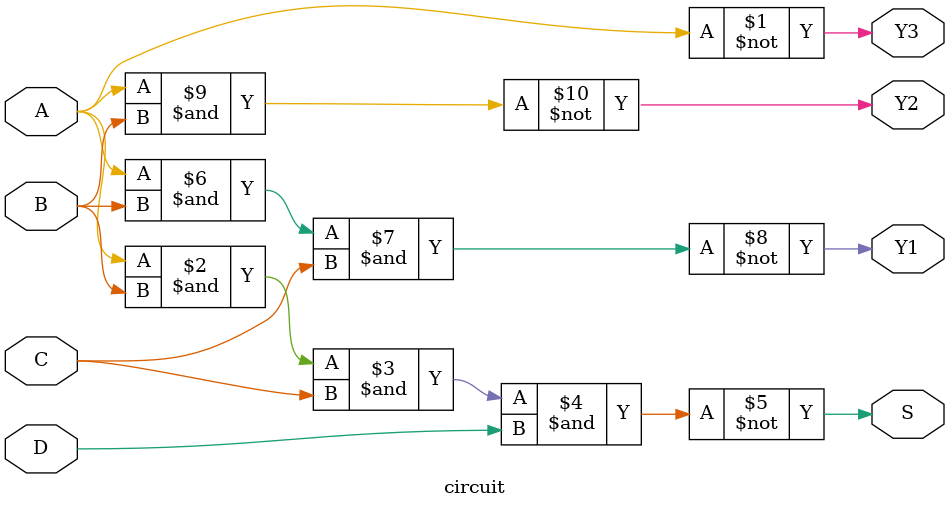
<source format=v>
/*
 * Generated by Digital. Don't modify this file!
 * Any changes will be lost if this file is regenerated.
 */

module circuit (
  input A,
  input B,
  input C,
  input D,
  output S,
  output Y1,
  output Y2,
  output Y3
);
  assign Y3 = ~ A;
  assign S = ~ (A & B & C & D);
  assign Y1 = ~ (A & B & C);
  assign Y2 = ~ (A & B);
endmodule

</source>
